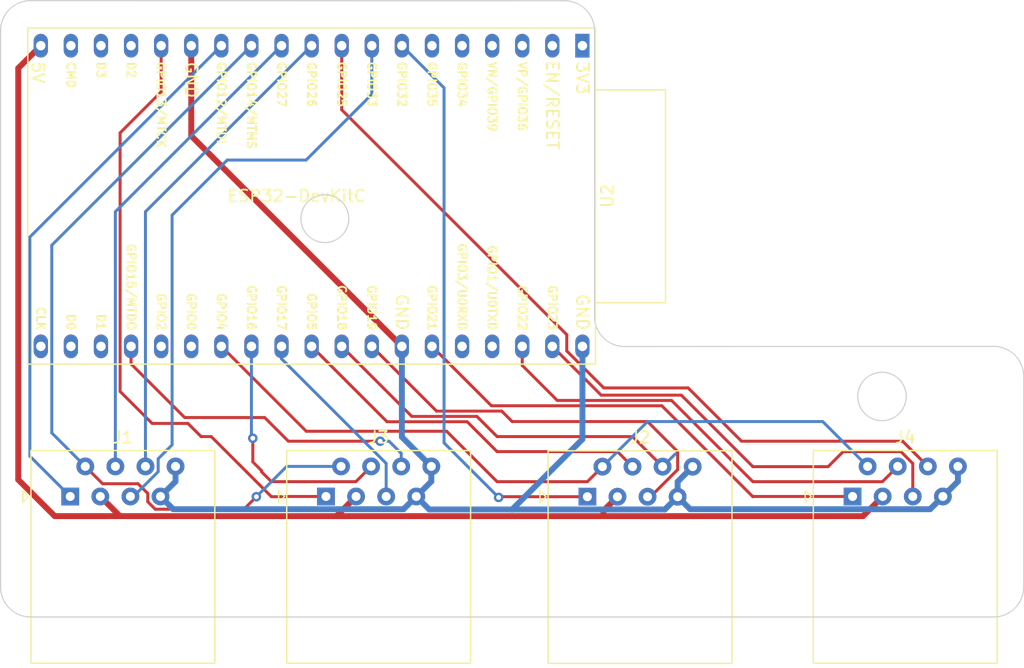
<source format=kicad_pcb>
(kicad_pcb (version 20221018) (generator pcbnew)
  (layers (0 "F.Cu" signal) (31 "B.Cu" signal) (34 "B.Paste" user) (35 "F.Paste" user) (36 "B.SilkS" user "B.Silkscreen") (37 "F.SilkS" user "F.Silkscreen") (38 "B.Mask" user) (39 "F.Mask" user) (44 "Edge.Cuts" user))
  (net 0 "")
  (net 1 "/USBV")
  (net 2 "/Red1")
  (net 3 "/Yel1")
  (net 4 "/Blu1")
  (net 5 "/Wht1")
  (net 6 "/Grn1")
  (net 7 "GND")
  (net 22 "/Red4")
  (net 23 "/Yel2")
  (net 24 "/Blu4")
  (net 25 "/Wht4")
  (net 26 "/Grn2")
  (net 27 "/Red3")
  (net 28 "/Blu3")
  (net 29 "/Wht3")
  (net 30 "/Red2")
  (net 31 "/Blu2")
  (net 32 "/Wht2")
  (net 35 "/Grn3")
  (net 36 "/Grn4")
  (footprint "Connector_RJ:RJ45_Amphenol_54602-x08_Horizontal" (layer "F.Cu") (at 142.24 91.44)
    (fp_text reference "J2" (at 4.445 -5) (layer "F.SilkS"))
    (fp_text value "RJ45")
    (fp_line (start -4 -0.5) (end -4 0.5) (stroke (width 0.12)) (layer "F.SilkS"))
    (fp_line (start -4 0.5) (end -3.5 0) (stroke (width 0.12)) (layer "F.SilkS"))
    (fp_line (start -3.5 0) (end -4 -0.5) (stroke (width 0.12)) (layer "F.SilkS"))
    (fp_line (start -3.315 -3.88) (end -3.315 14.08) (stroke (width 0.12)) (layer "F.SilkS"))
    (fp_line (start -3.315 14.08) (end 12.205 14.08) (stroke (width 0.12)) (layer "F.SilkS"))
    (fp_line (start 12.205 -3.88) (end -3.315 -3.88) (stroke (width 0.12)) (layer "F.SilkS"))
    (fp_line (start 12.205 -3.88) (end 12.205 14.08) (stroke (width 0.12)) (layer "F.SilkS"))
    (pad "" np_thru_hole circle (at -1.27 6.35) (size 3.2 3.2) (drill 3.2) (layers "*.Cu" "*.Mask"))
    (pad "" np_thru_hole circle (at 10.16 6.35) (size 3.2 3.2) (drill 3.2) (layers "*.Cu" "*.Mask"))
    (pad "1" thru_hole rect (at 0 0) (size 1.5 1.5) (drill 0.76) (layers "*.Cu" "*.Mask") (net 30 "/Red2"))
    (pad "2" thru_hole circle (at 1.27 -2.54) (size 1.5 1.5) (drill 0.76) (layers "*.Cu" "*.Mask") (net 23 "/Yel2"))
    (pad "3" thru_hole circle (at 2.54 0) (size 1.5 1.5) (drill 0.76) (layers "*.Cu" "*.Mask") (net 1 "/USBV"))
    (pad "4" thru_hole circle (at 3.81 -2.54) (size 1.5 1.5) (drill 0.76) (layers "*.Cu" "*.Mask") (net 31 "/Blu2"))
    (pad "5" thru_hole circle (at 5.08 0) (size 1.5 1.5) (drill 0.76) (layers "*.Cu" "*.Mask") (net 32 "/Wht2"))
    (pad "6" thru_hole circle (at 6.35 -2.54) (size 1.5 1.5) (drill 0.76) (layers "*.Cu" "*.Mask") (net 26 "/Grn2"))
    (pad "7" thru_hole circle (at 7.62 0) (size 1.5 1.5) (drill 0.76) (layers "*.Cu" "*.Mask") (net 7 "GND"))
    (pad "8" thru_hole circle (at 8.89 -2.54) (size 1.5 1.5) (drill 0.76) (layers "*.Cu" "*.Mask") (net 7 "GND"))
  )
  (footprint "Connector_RJ:RJ45_Amphenol_54602-x08_Horizontal" (layer "F.Cu") (at 120.1775 91.42)
    (fp_text reference "J3" (at 4.445 -5) (layer "F.SilkS"))
    (fp_text value "RJ45")
    (fp_line (start -4 -0.5) (end -4 0.5) (stroke (width 0.12)) (layer "F.SilkS"))
    (fp_line (start -4 0.5) (end -3.5 0) (stroke (width 0.12)) (layer "F.SilkS"))
    (fp_line (start -3.5 0) (end -4 -0.5) (stroke (width 0.12)) (layer "F.SilkS"))
    (fp_line (start -3.315 -3.88) (end -3.315 14.08) (stroke (width 0.12)) (layer "F.SilkS"))
    (fp_line (start -3.315 14.08) (end 12.205 14.08) (stroke (width 0.12)) (layer "F.SilkS"))
    (fp_line (start 12.205 -3.88) (end -3.315 -3.88) (stroke (width 0.12)) (layer "F.SilkS"))
    (fp_line (start 12.205 -3.88) (end 12.205 14.08) (stroke (width 0.12)) (layer "F.SilkS"))
    (pad "" np_thru_hole circle (at -1.27 6.35) (size 3.2 3.2) (drill 3.2) (layers "*.Cu" "*.Mask"))
    (pad "" np_thru_hole circle (at 10.16 6.35) (size 3.2 3.2) (drill 3.2) (layers "*.Cu" "*.Mask"))
    (pad "1" thru_hole rect (at 0 0) (size 1.5 1.5) (drill 0.76) (layers "*.Cu" "*.Mask") (net 27 "/Red3"))
    (pad "2" thru_hole circle (at 1.27 -2.54) (size 1.5 1.5) (drill 0.76) (layers "*.Cu" "*.Mask") (net 3 "/Yel1"))
    (pad "3" thru_hole circle (at 2.54 0) (size 1.5 1.5) (drill 0.76) (layers "*.Cu" "*.Mask") (net 1 "/USBV"))
    (pad "4" thru_hole circle (at 3.81 -2.54) (size 1.5 1.5) (drill 0.76) (layers "*.Cu" "*.Mask") (net 28 "/Blu3"))
    (pad "5" thru_hole circle (at 5.08 0) (size 1.5 1.5) (drill 0.76) (layers "*.Cu" "*.Mask") (net 29 "/Wht3"))
    (pad "6" thru_hole circle (at 6.35 -2.54) (size 1.5 1.5) (drill 0.76) (layers "*.Cu" "*.Mask") (net 35 "/Grn3"))
    (pad "7" thru_hole circle (at 7.62 0) (size 1.5 1.5) (drill 0.76) (layers "*.Cu" "*.Mask") (net 7 "GND"))
    (pad "8" thru_hole circle (at 8.89 -2.54) (size 1.5 1.5) (drill 0.76) (layers "*.Cu" "*.Mask") (net 7 "GND"))
  )
  (footprint "Connector_RJ:RJ45_Amphenol_54602-x08_Horizontal" (layer "F.Cu") (at 98.5875 91.42)
    (fp_text reference "J1" (at 4.445 -5) (layer "F.SilkS"))
    (fp_text value "RJ45")
    (fp_line (start -4 -0.5) (end -4 0.5) (stroke (width 0.12)) (layer "F.SilkS"))
    (fp_line (start -4 0.5) (end -3.5 0) (stroke (width 0.12)) (layer "F.SilkS"))
    (fp_line (start -3.5 0) (end -4 -0.5) (stroke (width 0.12)) (layer "F.SilkS"))
    (fp_line (start -3.315 -3.88) (end -3.315 14.08) (stroke (width 0.12)) (layer "F.SilkS"))
    (fp_line (start -3.315 14.08) (end 12.205 14.08) (stroke (width 0.12)) (layer "F.SilkS"))
    (fp_line (start 12.205 -3.88) (end -3.315 -3.88) (stroke (width 0.12)) (layer "F.SilkS"))
    (fp_line (start 12.205 -3.88) (end 12.205 14.08) (stroke (width 0.12)) (layer "F.SilkS"))
    (pad "" np_thru_hole circle (at -1.27 6.35) (size 3.2 3.2) (drill 3.2) (layers "*.Cu" "*.Mask"))
    (pad "" np_thru_hole circle (at 10.16 6.35) (size 3.2 3.2) (drill 3.2) (layers "*.Cu" "*.Mask"))
    (pad "1" thru_hole rect (at 0 0) (size 1.5 1.5) (drill 0.76) (layers "*.Cu" "*.Mask") (net 2 "/Red1"))
    (pad "2" thru_hole circle (at 1.27 -2.54) (size 1.5 1.5) (drill 0.76) (layers "*.Cu" "*.Mask") (net 3 "/Yel1"))
    (pad "3" thru_hole circle (at 2.54 0) (size 1.5 1.5) (drill 0.76) (layers "*.Cu" "*.Mask") (net 1 "/USBV"))
    (pad "4" thru_hole circle (at 3.81 -2.54) (size 1.5 1.5) (drill 0.76) (layers "*.Cu" "*.Mask") (net 4 "/Blu1"))
    (pad "5" thru_hole circle (at 5.08 0) (size 1.5 1.5) (drill 0.76) (layers "*.Cu" "*.Mask") (net 5 "/Wht1"))
    (pad "6" thru_hole circle (at 6.35 -2.54) (size 1.5 1.5) (drill 0.76) (layers "*.Cu" "*.Mask") (net 6 "/Grn1"))
    (pad "7" thru_hole circle (at 7.62 0) (size 1.5 1.5) (drill 0.76) (layers "*.Cu" "*.Mask") (net 7 "GND"))
    (pad "8" thru_hole circle (at 8.89 -2.54) (size 1.5 1.5) (drill 0.76) (layers "*.Cu" "*.Mask") (net 7 "GND"))
  )
  (footprint "Connector_RJ:RJ45_Amphenol_54602-x08_Horizontal" (layer "F.Cu") (at 164.6275 91.42)
    (fp_text reference "J4" (at 4.445 -5) (layer "F.SilkS"))
    (fp_text value "RJ45")
    (fp_line (start -4 -0.5) (end -4 0.5) (stroke (width 0.12)) (layer "F.SilkS"))
    (fp_line (start -4 0.5) (end -3.5 0) (stroke (width 0.12)) (layer "F.SilkS"))
    (fp_line (start -3.5 0) (end -4 -0.5) (stroke (width 0.12)) (layer "F.SilkS"))
    (fp_line (start -3.315 -3.88) (end -3.315 14.08) (stroke (width 0.12)) (layer "F.SilkS"))
    (fp_line (start -3.315 14.08) (end 12.205 14.08) (stroke (width 0.12)) (layer "F.SilkS"))
    (fp_line (start 12.205 -3.88) (end -3.315 -3.88) (stroke (width 0.12)) (layer "F.SilkS"))
    (fp_line (start 12.205 -3.88) (end 12.205 14.08) (stroke (width 0.12)) (layer "F.SilkS"))
    (pad "" np_thru_hole circle (at -1.27 6.35) (size 3.2 3.2) (drill 3.2) (layers "*.Cu" "*.Mask"))
    (pad "" np_thru_hole circle (at 10.16 6.35) (size 3.2 3.2) (drill 3.2) (layers "*.Cu" "*.Mask"))
    (pad "1" thru_hole rect (at 0 0) (size 1.5 1.5) (drill 0.76) (layers "*.Cu" "*.Mask") (net 22 "/Red4"))
    (pad "2" thru_hole circle (at 1.27 -2.54) (size 1.5 1.5) (drill 0.76) (layers "*.Cu" "*.Mask") (net 23 "/Yel2"))
    (pad "3" thru_hole circle (at 2.54 0) (size 1.5 1.5) (drill 0.76) (layers "*.Cu" "*.Mask") (net 1 "/USBV"))
    (pad "4" thru_hole circle (at 3.81 -2.54) (size 1.5 1.5) (drill 0.76) (layers "*.Cu" "*.Mask") (net 24 "/Blu4"))
    (pad "5" thru_hole circle (at 5.08 0) (size 1.5 1.5) (drill 0.76) (layers "*.Cu" "*.Mask") (net 25 "/Wht4"))
    (pad "6" thru_hole circle (at 6.35 -2.54) (size 1.5 1.5) (drill 0.76) (layers "*.Cu" "*.Mask") (net 36 "/Grn4"))
    (pad "7" thru_hole circle (at 7.62 0) (size 1.5 1.5) (drill 0.76) (layers "*.Cu" "*.Mask") (net 7 "GND"))
    (pad "8" thru_hole circle (at 8.89 -2.54) (size 1.5 1.5) (drill 0.76) (layers "*.Cu" "*.Mask") (net 7 "GND"))
  )
  (footprint "PCM_Espressif:ESP32-DevKitC" (layer "F.Cu") (at 141.82344 53.34 -90)
    (fp_text reference "U2" (at 12.7 -2.1 90) (layer "F.SilkS"))
    (fp_text value "ESP32-DevKitC" (at 12.7 24.13) (layer "F.SilkS"))
    (fp_text user "GPIO23" (at 24.13 2.54 -90 unlocked) (layer "F.SilkS") (effects (font (size 0.7 0.7)) (justify right)))
    (fp_text user "GPIO18" (at 24.13 20.32 -90 unlocked) (layer "F.SilkS") (effects (font (size 0.7 0.7)) (justify right)))
    (fp_text user "D2" (at 1.27 38.1 -90 unlocked) (layer "F.SilkS") (effects (font (size 0.7 0.7)) (justify left)))
    (fp_text user "GPIO4" (at 24.13 30.48 -90 unlocked) (layer "F.SilkS") (effects (font (size 0.7 0.7)) (justify right)))
    (fp_text user "D0" (at 24.13 43.18 -90 unlocked) (layer "F.SilkS") (effects (font (size 0.7 0.7)) (justify right)))
    (fp_text user "GPIO35" (at 1.27 12.7 -90 unlocked) (layer "F.SilkS") (effects (font (size 0.7 0.7)) (justify left)))
    (fp_text user "GPIO17" (at 24.13 25.4 -90 unlocked) (layer "F.SilkS") (effects (font (size 0.7 0.7)) (justify right)))
    (fp_text user "GPIO26" (at 1.27 22.86 -90 unlocked) (layer "F.SilkS") (effects (font (size 0.7 0.7)) (justify left)))
    (fp_text user "CMD" (at 1.27 43.18 -90 unlocked) (layer "F.SilkS") (effects (font (size 0.7 0.7)) (justify left)))
    (fp_text user "D3" (at 1.27 40.64 -90 unlocked) (layer "F.SilkS") (effects (font (size 0.7 0.7)) (justify left)))
    (fp_text user "GPIO15/MTDO" (at 24.13 38.1 -90 unlocked) (layer "F.SilkS") (effects (font (size 0.7 0.7)) (justify right)))
    (fp_text user "GPIO22" (at 24.13 5.08 -90 unlocked) (layer "F.SilkS") (effects (font (size 0.7 0.7)) (justify right)))
    (fp_text user "CLK" (at 24.13 45.72 -90 unlocked) (layer "F.SilkS") (effects (font (size 0.7 0.7)) (justify right)))
    (fp_text user "GPIO34" (at 1.27 10.16 -90 unlocked) (layer "F.SilkS") (effects (font (size 0.7 0.7)) (justify left)))
    (fp_text user "GPIO27" (at 1.27 25.4 -90 unlocked) (layer "F.SilkS") (effects (font (size 0.7 0.7)) (justify left)))
    (fp_text user "EN/RESET" (at 8.88632 2.53728 -90 unlocked) (layer "F.SilkS") (effects (justify right)))
    (fp_text user "GPIO21" (at 24.13 12.7 -90 unlocked) (layer "F.SilkS") (effects (font (size 0.7 0.7)) (justify right)))
    (fp_text user "GPIO0" (at 24.13 33.02 -90 unlocked) (layer "F.SilkS") (effects (font (size 0.7 0.7)) (justify right)))
    (fp_text user "GPIO19" (at 24.13 17.78 -90 unlocked) (layer "F.SilkS") (effects (font (size 0.7 0.7)) (justify right)))
    (fp_text user "VN/GPIO39" (at 1.27 7.62 -90 unlocked) (layer "F.SilkS") (effects (font (size 0.7 0.7)) (justify left)))
    (fp_text user "GND" (at 24.13 0 -90 unlocked) (layer "F.SilkS") (effects (justify right)))
    (fp_text user "GPIO16" (at 24.13 27.94 -90 unlocked) (layer "F.SilkS") (effects (font (size 0.7 0.7)) (justify right)))
    (fp_text user "VP/GPIO36" (at 1.27 5.08 -90 unlocked) (layer "F.SilkS") (effects (font (size 0.7 0.7)) (justify left)))
    (fp_text user "5V" (at 1.26632 45.97128 -90 unlocked) (layer "F.SilkS") (effects (justify left)))
    (fp_text user "GND" (at 1.27 33.02 -90 unlocked) (layer "F.SilkS") (effects (justify left)))
    (fp_text user "GPIO25" (at 1.27 20.32 -90 unlocked) (layer "F.SilkS") (effects (font (size 0.7 0.7)) (justify left)))
    (fp_text user "GPIO32" (at 1.27 15.24 -90 unlocked) (layer "F.SilkS") (effects (font (size 0.7 0.7)) (justify left)))
    (fp_text user "GPIO33" (at 1.27 17.78 -90 unlocked) (layer "F.SilkS") (effects (font (size 0.7 0.7)) (justify left)))
    (fp_text user "GPIO3/U0RXD" (at 24.13 10.16 -90 unlocked) (layer "F.SilkS") (effects (font (size 0.7 0.7)) (justify right)))
    (fp_text user "GPIO1/U0TXD" (at 24.13 7.62 -90 unlocked) (layer "F.SilkS") (effects (font (size 0.7 0.7)) (justify right)))
    (fp_text user "GND" (at 24.13 15.24 -90 unlocked) (layer "F.SilkS") (effects (justify right)))
    (fp_text user "GPIO2" (at 24.13 35.56 -90 unlocked) (layer "F.SilkS") (effects (font (size 0.7 0.7)) (justify right)))
    (fp_text user "D1" (at 24.13 40.64 -90 unlocked) (layer "F.SilkS") (effects (font (size 0.7 0.7)) (justify right)))
    (fp_text user "3V3" (at 1.27 0 -90 unlocked) (layer "F.SilkS") (effects (justify left)))
    (fp_text user "GPIO12/MTDI" (at 1.27 30.48 -90 unlocked) (layer "F.SilkS") (effects (font (size 0.7 0.7)) (justify left)))
    (fp_text user "GPIO13/MTCK" (at 1.27 35.56 -90 unlocked) (layer "F.SilkS") (effects (font (size 0.7 0.7)) (justify left)))
    (fp_text user "GPIO5" (at 24.13 22.86 -90 unlocked) (layer "F.SilkS") (effects (font (size 0.7 0.7)) (justify right)))
    (fp_text user "GPIO14/MTMS" (at 1.27 27.94 -90 unlocked) (layer "F.SilkS") (effects (font (size 0.7 0.7)) (justify left)))
    (fp_line (start -1.5 46.82) (end 26.899999 46.82) (stroke (width 0.12)) (layer "F.SilkS"))
    (fp_line (start -1.499999 -1.1) (end -1.5 46.82) (stroke (width 0.12)) (layer "F.SilkS"))
    (fp_line (start 3.73012 -7.01312) (end 21.71332 -7.01312) (stroke (width 0.12)) (layer "F.SilkS"))
    (fp_line (start 3.73012 -1.12032) (end 3.73012 -7.01312) (stroke (width 0.12)) (layer "F.SilkS"))
    (fp_line (start 21.71332 -7.01312) (end 21.71332 -1.12032) (stroke (width 0.12)) (layer "F.SilkS"))
    (fp_line (start 26.899999 46.82) (end 26.9 -1.1) (stroke (width 0.12)) (layer "F.SilkS"))
    (fp_line (start 26.9 -1.1) (end -1.499999 -1.1) (stroke (width 0.12)) (layer "F.SilkS"))
    (pad "1" thru_hole rect (at 0 0 180) (size 1.2 2) (drill 0.8) (layers "*.Cu" "*.Mask"))
    (pad "2" thru_hole oval (at 0 2.54 180) (size 1.2 2) (drill 0.8) (layers "*.Cu" "*.Mask"))
    (pad "3" thru_hole oval (at 0 5.08 180) (size 1.2 2) (drill 0.8) (layers "*.Cu" "*.Mask"))
    (pad "4" thru_hole oval (at 0 7.62 180) (size 1.2 2) (drill 0.8) (layers "*.Cu" "*.Mask"))
    (pad "5" thru_hole oval (at 0 10.16 180) (size 1.2 2) (drill 0.8) (layers "*.Cu" "*.Mask"))
    (pad "6" thru_hole oval (at 0 12.7 180) (size 1.2 2) (drill 0.8) (layers "*.Cu" "*.Mask"))
    (pad "7" thru_hole oval (at 0 15.24 180) (size 1.2 2) (drill 0.8) (layers "*.Cu" "*.Mask") (net 30 "/Red2"))
    (pad "8" thru_hole oval (at 0 17.78 180) (size 1.2 2) (drill 0.8) (layers "*.Cu" "*.Mask") (net 5 "/Wht1"))
    (pad "9" thru_hole oval (at 0 20.32 180) (size 1.2 2) (drill 0.8) (layers "*.Cu" "*.Mask") (net 36 "/Grn4"))
    (pad "10" thru_hole oval (at 0 22.86 180) (size 1.2 2) (drill 0.8) (layers "*.Cu" "*.Mask") (net 6 "/Grn1"))
    (pad "11" thru_hole oval (at 0 25.4 180) (size 1.2 2) (drill 0.8) (layers "*.Cu" "*.Mask") (net 4 "/Blu1"))
    (pad "12" thru_hole oval (at 0 27.94 180) (size 1.2 2) (drill 0.8) (layers "*.Cu" "*.Mask") (net 3 "/Yel1"))
    (pad "13" thru_hole oval (at 0 30.48 180) (size 1.2 2) (drill 0.8) (layers "*.Cu" "*.Mask") (net 2 "/Red1"))
    (pad "14" thru_hole oval (at 0 33.02 180) (size 1.2 2) (drill 0.8) (layers "*.Cu" "*.Mask") (net 7 "GND"))
    (pad "15" thru_hole oval (at 0 35.56 180) (size 1.2 2) (drill 0.8) (layers "*.Cu" "*.Mask") (net 27 "/Red3"))
    (pad "16" thru_hole oval (at 0 38.1 180) (size 1.2 2) (drill 0.8) (layers "*.Cu" "*.Mask"))
    (pad "17" thru_hole oval (at 0 40.64 180) (size 1.2 2) (drill 0.8) (layers "*.Cu" "*.Mask"))
    (pad "18" thru_hole oval (at 0 43.18 180) (size 1.2 2) (drill 0.8) (layers "*.Cu" "*.Mask"))
    (pad "19" thru_hole oval (at 0 45.72 180) (size 1.2 2) (drill 0.8) (layers "*.Cu" "*.Mask") (net 1 "/USBV"))
    (pad "20" thru_hole oval (at 25.39632 45.71728 180) (size 1.2 2) (drill 0.8) (layers "*.Cu" "*.Mask"))
    (pad "21" thru_hole oval (at 25.39632 43.17728 180) (size 1.2 2) (drill 0.8) (layers "*.Cu" "*.Mask"))
    (pad "22" thru_hole oval (at 25.4 40.64 180) (size 1.2 2) (drill 0.8) (layers "*.Cu" "*.Mask"))
    (pad "23" thru_hole oval (at 25.4 38.1 180) (size 1.2 2) (drill 0.8) (layers "*.Cu" "*.Mask") (net 35 "/Grn3"))
    (pad "24" thru_hole oval (at 25.4 35.56 180) (size 1.2 2) (drill 0.8) (layers "*.Cu" "*.Mask"))
    (pad "25" thru_hole oval (at 25.4 33.02 180) (size 1.2 2) (drill 0.8) (layers "*.Cu" "*.Mask"))
    (pad "26" thru_hole oval (at 25.4 30.48 180) (size 1.2 2) (drill 0.8) (layers "*.Cu" "*.Mask") (net 23 "/Yel2"))
    (pad "27" thru_hole oval (at 25.4 27.94 180) (size 1.2 2) (drill 0.8) (layers "*.Cu" "*.Mask") (net 28 "/Blu3"))
    (pad "28" thru_hole oval (at 25.4 25.4 180) (size 1.2 2) (drill 0.8) (layers "*.Cu" "*.Mask") (net 29 "/Wht3"))
    (pad "29" thru_hole oval (at 25.4 22.86 180) (size 1.2 2) (drill 0.8) (layers "*.Cu" "*.Mask") (net 31 "/Blu2"))
    (pad "30" thru_hole oval (at 25.4 20.32 180) (size 1.2 2) (drill 0.8) (layers "*.Cu" "*.Mask") (net 26 "/Grn2"))
    (pad "31" thru_hole oval (at 25.4 17.78 180) (size 1.2 2) (drill 0.8) (layers "*.Cu" "*.Mask") (net 32 "/Wht2"))
    (pad "32" thru_hole oval (at 25.4 15.24 180) (size 1.2 2) (drill 0.8) (layers "*.Cu" "*.Mask") (net 7 "GND"))
    (pad "33" thru_hole oval (at 25.4 12.7 180) (size 1.2 2) (drill 0.8) (layers "*.Cu" "*.Mask") (net 22 "/Red4"))
    (pad "34" thru_hole oval (at 25.4 10.16 180) (size 1.2 2) (drill 0.8) (layers "*.Cu" "*.Mask"))
    (pad "35" thru_hole oval (at 25.4 7.62 180) (size 1.2 2) (drill 0.8) (layers "*.Cu" "*.Mask"))
    (pad "36" thru_hole oval (at 25.4 5.08 180) (size 1.2 2) (drill 0.8) (layers "*.Cu" "*.Mask") (net 24 "/Blu4"))
    (pad "37" thru_hole oval (at 25.4 2.54 180) (size 1.2 2) (drill 0.8) (layers "*.Cu" "*.Mask") (net 25 "/Wht4"))
    (pad "38" thru_hole oval (at 25.4 0 180) (size 1.2 2) (drill 0.8) (layers "*.Cu" "*.Mask") (net 7 "GND"))
  )
  (gr_line (start 176.53 101.6) (end 95.25 101.6) (stroke (width 0.1)) (layer "Edge.Cuts"))
  (gr_arc (start 176.53 78.740001) (mid 178.326051 79.483949) (end 179.069999 81.28) (stroke (width 0.1)) (layer "Edge.Cuts"))
  (gr_circle (center 167.11 82.97) (end 165.32 81.98) (stroke (width 0.1)) (fill none) (layer "Edge.Cuts"))
  (gr_line (start 142.846051 52.083949) (end 142.846052 76.213949) (stroke (width 0.1)) (layer "Edge.Cuts"))
  (gr_circle (center 120.08 67.95) (end 118.06 67.91) (stroke (width 0.1)) (fill none) (layer "Edge.Cuts"))
  (gr_arc (start 92.71 52.07) (mid 93.453949 50.273949) (end 95.25 49.53) (stroke (width 0.1)) (layer "Edge.Cuts"))
  (gr_arc (start 140.306051 49.543949) (mid 142.102102 50.287898) (end 142.846051 52.083949) (stroke (width 0.1)) (layer "Edge.Cuts"))
  (gr_arc (start 145.386051 78.753948) (mid 143.59 78.01) (end 142.846052 76.213949) (stroke (width 0.1)) (layer "Edge.Cuts"))
  (gr_line (start 95.25 49.53) (end 140.306051 49.543949) (stroke (width 0.1)) (layer "Edge.Cuts"))
  (gr_line (start 92.71 52.07) (end 92.71 99.06) (stroke (width 0.1)) (layer "Edge.Cuts"))
  (gr_line (start 179.07 99.06) (end 179.069999 81.28) (stroke (width 0.1)) (layer "Edge.Cuts"))
  (gr_arc (start 179.07 99.06) (mid 178.326051 100.856051) (end 176.53 101.6) (stroke (width 0.1)) (layer "Edge.Cuts"))
  (gr_line (start 145.386051 78.753948) (end 176.53 78.740001) (stroke (width 0.1)) (layer "Edge.Cuts"))
  (gr_arc (start 95.25 101.6) (mid 93.453949 100.856051) (end 92.71 99.06) (stroke (width 0.1)) (layer "Edge.Cuts"))
  (segment (start 102.7875 93.08) (end 97.28 93.08) (width 0.5) (layer "F.Cu") (net 1))
  (segment (start 121.0575 93.08) (end 143.6 93.08) (width 0.5) (layer "F.Cu") (net 1))
  (segment (start 102.7875 93.08) (end 121.0575 93.08) (width 0.5) (layer "F.Cu") (net 1))
  (segment (start 94.2 55.24344) (end 96.10344 53.34) (width 0.5) (layer "F.Cu") (net 1))
  (segment (start 121.0575 93.08) (end 122.7175 91.42) (width 0.5) (layer "F.Cu") (net 1))
  (segment (start 97.28 93.08) (end 94.2 90) (width 0.5) (layer "F.Cu") (net 1))
  (segment (start 94.2 90) (end 94.2 55.24344) (width 0.5) (layer "F.Cu") (net 1))
  (segment (start 165.5075 93.08) (end 167.1675 91.42) (width 0.5) (layer "F.Cu") (net 1))
  (segment (start 143.6 92.62) (end 144.78 91.44) (width 0.5) (layer "F.Cu") (net 1))
  (segment (start 143.6 93.08) (end 143.6 92.62) (width 0.5) (layer "F.Cu") (net 1))
  (segment (start 101.1275 91.42) (end 102.7875 93.08) (width 0.5) (layer "F.Cu") (net 1))
  (segment (start 143.6 93.08) (end 165.5075 93.08) (width 0.5) (layer "F.Cu") (net 1))
  (segment (start 95.18116 88.01366) (end 95.18116 69.50228) (width 0.25) (layer "B.Cu") (net 2))
  (segment (start 95.18116 69.50228) (end 111.34344 53.34) (width 0.25) (layer "B.Cu") (net 2))
  (segment (start 98.5875 91.42) (end 95.18116 88.01366) (width 0.25) (layer "B.Cu") (net 2))
  (segment (start 113.245 92.495) (end 114.3 91.44) (width 0.25) (layer "F.Cu") (net 3))
  (segment (start 104.315 90.345) (end 105.1325 91.1625) (width 0.25) (layer "F.Cu") (net 3))
  (segment (start 105.76222 92.495) (end 113.245 92.495) (width 0.25) (layer "F.Cu") (net 3))
  (segment (start 105.1325 91.86528) (end 105.76222 92.495) (width 0.25) (layer "F.Cu") (net 3))
  (segment (start 101.3225 90.345) (end 104.315 90.345) (width 0.25) (layer "F.Cu") (net 3))
  (segment (start 105.1325 91.1625) (end 105.1325 91.86528) (width 0.25) (layer "F.Cu") (net 3))
  (segment (start 99.8575 88.88) (end 101.3225 90.345) (width 0.25) (layer "F.Cu") (net 3))
  (via (at 114.3 91.44) (size 0.8) (drill 0.4) (layers "F.Cu" "B.Cu") (net 3))
  (segment (start 116.86 88.88) (end 114.3 91.44) (width 0.25) (layer "B.Cu") (net 3))
  (segment (start 97.03116 86.05366) (end 97.03116 70.19228) (width 0.25) (layer "B.Cu") (net 3))
  (segment (start 97.03116 70.19228) (end 113.88344 53.34) (width 0.25) (layer "B.Cu") (net 3))
  (segment (start 99.8575 88.88) (end 97.03116 86.05366) (width 0.25) (layer "B.Cu") (net 3))
  (segment (start 121.4475 88.88) (end 116.86 88.88) (width 0.25) (layer "B.Cu") (net 3))
  (segment (start 102.3975 67.36594) (end 116.42344 53.34) (width 0.25) (layer "B.Cu") (net 4))
  (segment (start 102.3975 88.88) (end 102.3975 67.36594) (width 0.25) (layer "B.Cu") (net 4))
  (segment (start 106.0125 88.2325) (end 107.18844 87.05656) (width 0.25) (layer "B.Cu") (net 5))
  (segment (start 107.18844 87.05656) (end 107.18844 67.655) (width 0.25) (layer "B.Cu") (net 5))
  (segment (start 107.18844 67.655) (end 111.84344 63) (width 0.25) (layer "B.Cu") (net 5))
  (segment (start 124.04344 57.45656) (end 124.04344 53.34) (width 0.25) (layer "B.Cu") (net 5))
  (segment (start 111.84344 63) (end 118.5 63) (width 0.25) (layer "B.Cu") (net 5))
  (segment (start 103.91778 91.42) (end 106.0125 89.32528) (width 0.25) (layer "B.Cu") (net 5))
  (segment (start 118.5 63) (end 124.04344 57.45656) (width 0.25) (layer "B.Cu") (net 5))
  (segment (start 106.0125 89.32528) (end 106.0125 88.2325) (width 0.25) (layer "B.Cu") (net 5))
  (segment (start 103.6675 91.42) (end 103.91778 91.42) (width 0.25) (layer "B.Cu") (net 5))
  (segment (start 104.9375 88.88) (end 104.9375 67.36594) (width 0.25) (layer "B.Cu") (net 6))
  (segment (start 104.9375 67.36594) (end 118.96344 53.34) (width 0.25) (layer "B.Cu") (net 6))
  (segment (start 108.80344 60.96) (end 126.58344 78.74) (width 0.5) (layer "F.Cu") (net 7))
  (segment (start 108.80344 53.34) (end 108.80344 60.96) (width 0.5) (layer "F.Cu") (net 7))
  (segment (start 128.8925 92.515) (end 127.7975 91.42) (width 0.5) (layer "B.Cu") (net 7))
  (segment (start 126.58344 86.39594) (end 129.0675 88.88) (width 0.5) (layer "B.Cu") (net 7))
  (segment (start 171.1725 92.495) (end 150.915 92.495) (width 0.5) (layer "B.Cu") (net 7))
  (segment (start 107.2825 92.495) (end 106.2075 91.42) (width 0.5) (layer "B.Cu") (net 7))
  (segment (start 173.5175 90.15) (end 172.2475 91.42) (width 0.5) (layer "B.Cu") (net 7))
  (segment (start 129.0675 90.15) (end 127.7975 91.42) (width 0.5) (layer "B.Cu") (net 7))
  (segment (start 127.7975 91.42) (end 126.7225 92.495) (width 0.5) (layer "B.Cu") (net 7))
  (segment (start 151.13 88.9) (end 149.86 90.17) (width 0.5) (layer "B.Cu") (net 7))
  (segment (start 106.2075 91.42) (end 107.4775 90.15) (width 0.5) (layer "B.Cu") (net 7))
  (segment (start 148.785 92.515) (end 135.89 92.515) (width 0.5) (layer "B.Cu") (net 7))
  (segment (start 149.86 91.44) (end 148.785 92.515) (width 0.5) (layer "B.Cu") (net 7))
  (segment (start 149.86 90.17) (end 149.86 91.44) (width 0.5) (layer "B.Cu") (net 7))
  (segment (start 135.89 92.515) (end 128.8925 92.515) (width 0.5) (layer "B.Cu") (net 7))
  (segment (start 150.915 92.495) (end 149.86 91.44) (width 0.5) (layer "B.Cu") (net 7))
  (segment (start 107.4775 90.15) (end 107.4775 88.88) (width 0.5) (layer "B.Cu") (net 7))
  (segment (start 135.89 92.515) (end 141.82344 86.58156) (width 0.5) (layer "B.Cu") (net 7))
  (segment (start 173.5175 88.88) (end 173.5175 90.15) (width 0.5) (layer "B.Cu") (net 7))
  (segment (start 129.0675 88.88) (end 129.0675 90.15) (width 0.5) (layer "B.Cu") (net 7))
  (segment (start 172.2475 91.42) (end 171.1725 92.495) (width 0.5) (layer "B.Cu") (net 7))
  (segment (start 141.82344 86.58156) (end 141.82344 78.74) (width 0.5) (layer "B.Cu") (net 7))
  (segment (start 126.58344 78.74) (end 126.58344 86.39594) (width 0.5) (layer "B.Cu") (net 7))
  (segment (start 126.7225 92.495) (end 107.2825 92.495) (width 0.5) (layer "B.Cu") (net 7))
  (segment (start 156.23 91.42) (end 164.6275 91.42) (width 0.25) (layer "F.Cu") (net 22))
  (segment (start 156.21 91.44) (end 156.23 91.42) (width 0.25) (layer "F.Cu") (net 22))
  (segment (start 134.14 83.75656) (end 148.52656 83.75656) (width 0.25) (layer "F.Cu") (net 22))
  (segment (start 148.52656 83.75656) (end 156.21 91.44) (width 0.25) (layer "F.Cu") (net 22))
  (segment (start 129.12344 78.74) (end 134.14 83.75656) (width 0.25) (layer "F.Cu") (net 22))
  (segment (start 130.36 85.91) (end 134.62 90.17) (width 0.25) (layer "F.Cu") (net 23))
  (segment (start 111.34344 78.74) (end 118.51344 85.91) (width 0.25) (layer "F.Cu") (net 23))
  (segment (start 142.24 90.17) (end 143.51 88.9) (width 0.25) (layer "F.Cu") (net 23))
  (segment (start 134.62 90.17) (end 142.24 90.17) (width 0.25) (layer "F.Cu") (net 23))
  (segment (start 118.51344 85.91) (end 130.36 85.91) (width 0.25) (layer "F.Cu") (net 23))
  (segment (start 162.1075 85.09) (end 165.8975 88.88) (width 0.25) (layer "B.Cu") (net 23))
  (segment (start 147.32 85.09) (end 162.1075 85.09) (width 0.25) (layer "B.Cu") (net 23))
  (segment (start 143.51 88.9) (end 147.32 85.09) (width 0.25) (layer "B.Cu") (net 23))
  (segment (start 156.21 90.17) (end 167.1475 90.17) (width 0.25) (layer "F.Cu") (net 24))
  (segment (start 149.34656 83.30656) (end 156.21 90.17) (width 0.25) (layer "F.Cu") (net 24))
  (segment (start 136.74344 78.74) (end 136.74344 80.35) (width 0.25) (layer "F.Cu") (net 24))
  (segment (start 167.1475 90.17) (end 168.4375 88.88) (width 0.25) (layer "F.Cu") (net 24))
  (segment (start 139.7 83.30656) (end 149.34656 83.30656) (width 0.25) (layer "F.Cu") (net 24))
  (segment (start 136.74344 80.35) (end 139.7 83.30656) (width 0.25) (layer "F.Cu") (net 24))
  (segment (start 150.16656 82.85656) (end 156.21 88.9) (width 0.25) (layer "F.Cu") (net 25))
  (segment (start 162.56 88.9) (end 163.83 87.63) (width 0.25) (layer "F.Cu") (net 25))
  (segment (start 168.70778 87.63) (end 169.7075 88.62972) (width 0.25) (layer "F.Cu") (net 25))
  (segment (start 143.4 82.85656) (end 150.16656 82.85656) (width 0.25) (layer "F.Cu") (net 25))
  (segment (start 169.7075 88.62972) (end 169.7075 91.42) (width 0.25) (layer "F.Cu") (net 25))
  (segment (start 156.21 88.9) (end 162.56 88.9) (width 0.25) (layer "F.Cu") (net 25))
  (segment (start 139.28344 78.74) (end 143.4 82.85656) (width 0.25) (layer "F.Cu") (net 25))
  (segment (start 163.83 87.63) (end 168.70778 87.63) (width 0.25) (layer "F.Cu") (net 25))
  (segment (start 121.50344 78.74) (end 127.42 84.65656) (width 0.25) (layer "F.Cu") (net 26))
  (segment (start 127.42 84.65656) (end 132.91656 84.65656) (width 0.25) (layer "F.Cu") (net 26))
  (segment (start 132.91656 84.65656) (end 134.62 86.36) (width 0.25) (layer "F.Cu") (net 26))
  (segment (start 146.05 86.36) (end 148.59 88.9) (width 0.25) (layer "F.Cu") (net 26))
  (segment (start 134.62 86.36) (end 146.05 86.36) (width 0.25) (layer "F.Cu") (net 26))
  (segment (start 148.59 88.9) (end 149.665 87.825) (width 0.25) (layer "B.Cu") (net 26))
  (segment (start 116.86 91.42) (end 116.84 91.44) (width 0.25) (layer "F.Cu") (net 27))
  (segment (start 102.79844 60.70156) (end 106.26344 57.23656) (width 0.25) (layer "F.Cu") (net 27))
  (segment (start 106.26344 57.23656) (end 106.26344 53.34) (width 0.25) (layer "F.Cu") (net 27))
  (segment (start 105.5 85.25) (end 102.79844 82.54844) (width 0.25) (layer "F.Cu") (net 27))
  (segment (start 116.84 91.44) (end 115.57 91.44) (width 0.25) (layer "F.Cu") (net 27))
  (segment (start 115.57 91.44) (end 110.49 86.36) (width 0.25) (layer "F.Cu") (net 27))
  (segment (start 108.525292 85.25) (end 105.5 85.25) (width 0.25) (layer "F.Cu") (net 27))
  (segment (start 110.49 86.36) (end 109.635292 86.36) (width 0.25) (layer "F.Cu") (net 27))
  (segment (start 102.79844 82.54844) (end 102.79844 60.70156) (width 0.25) (layer "F.Cu") (net 27))
  (segment (start 109.635292 86.36) (end 108.525292 85.25) (width 0.25) (layer "F.Cu") (net 27))
  (segment (start 120.1775 91.42) (end 116.86 91.42) (width 0.25) (layer "F.Cu") (net 27))
  (segment (start 114.75 89.35) (end 114.75 89.25) (width 0.25) (layer "F.Cu") (net 28))
  (segment (start 115.57 90.17) (end 122.6975 90.17) (width 0.25) (layer "F.Cu") (net 28))
  (segment (start 114.75 89.25) (end 114 88.5) (width 0.25) (layer "F.Cu") (net 28))
  (segment (start 115.57 90.17) (end 114.75 89.35) (width 0.25) (layer "F.Cu") (net 28))
  (segment (start 114 88.5) (end 114 86.5) (width 0.25) (layer "F.Cu") (net 28))
  (segment (start 122.6975 90.17) (end 123.9875 88.88) (width 0.25) (layer "F.Cu") (net 28))
  (via (at 114 86.5) (size 0.8) (drill 0.4) (layers "F.Cu" "B.Cu") (net 28))
  (segment (start 113.88344 78.74) (end 113.88344 86.38344) (width 0.25) (layer "B.Cu") (net 28))
  (segment (start 113.88344 86.38344) (end 114 86.5) (width 0.25) (layer "B.Cu") (net 28))
  (segment (start 116.42344 79.79566) (end 116.42344 78.74) (width 0.25) (layer "B.Cu") (net 29))
  (segment (start 125.2575 88.62972) (end 116.42344 79.79566) (width 0.25) (layer "B.Cu") (net 29))
  (segment (start 125.2575 91.42) (end 125.2575 88.62972) (width 0.25) (layer "B.Cu") (net 29))
  (segment (start 134.69 91.44) (end 134.75 91.5) (width 0.25) (layer "F.Cu") (net 30))
  (segment (start 135 91.5) (end 135.06 91.44) (width 0.25) (layer "F.Cu") (net 30))
  (segment (start 134.62 91.44) (end 134.69 91.44) (width 0.25) (layer "F.Cu") (net 30))
  (segment (start 134.75 91.5) (end 134.81 91.44) (width 0.25) (layer "F.Cu") (net 30))
  (segment (start 134.94 91.44) (end 135 91.5) (width 0.25) (layer "F.Cu") (net 30))
  (segment (start 135.06 91.44) (end 142.24 91.44) (width 0.25) (layer "F.Cu") (net 30))
  (segment (start 134.81 91.44) (end 134.94 91.44) (width 0.25) (layer "F.Cu") (net 30))
  (via (at 134.75 91.5) (size 0.8) (drill 0.4) (layers "F.Cu" "B.Cu") (net 30))
  (segment (start 126.58344 53.34) (end 130.1425 56.89906) (width 0.25) (layer "B.Cu") (net 30))
  (segment (start 130.1425 56.89906) (end 130.1425 86.8925) (width 0.25) (layer "B.Cu") (net 30))
  (segment (start 130.1425 86.8925) (end 134.75 91.5) (width 0.25) (layer "B.Cu") (net 30))
  (segment (start 134.62 87.63) (end 144.78 87.63) (width 0.25) (layer "F.Cu") (net 31))
  (segment (start 132.09656 85.10656) (end 134.62 87.63) (width 0.25) (layer "F.Cu") (net 31))
  (segment (start 125.33 85.10656) (end 132.09656 85.10656) (width 0.25) (layer "F.Cu") (net 31))
  (segment (start 118.96344 78.74) (end 125.33 85.10656) (width 0.25) (layer "F.Cu") (net 31))
  (segment (start 144.78 87.63) (end 146.05 88.9) (width 0.25) (layer "F.Cu") (net 31))
  (segment (start 124.04344 78.74) (end 129.51 84.20656) (width 0.25) (layer "F.Cu") (net 32))
  (segment (start 147.57028 91.44) (end 147.32 91.44) (width 0.25) (layer "F.Cu") (net 32))
  (segment (start 147.32 85.09) (end 149.86 87.63) (width 0.25) (layer "F.Cu") (net 32))
  (segment (start 149.86 87.63) (end 149.86 89.15028) (width 0.25) (layer "F.Cu") (net 32))
  (segment (start 135.00656 84.20656) (end 135.89 85.09) (width 0.25) (layer "F.Cu") (net 32))
  (segment (start 129.51 84.20656) (end 135.00656 84.20656) (width 0.25) (layer "F.Cu") (net 32))
  (segment (start 135.89 85.09) (end 147.32 85.09) (width 0.25) (layer "F.Cu") (net 32))
  (segment (start 149.86 89.15028) (end 147.57028 91.44) (width 0.25) (layer "F.Cu") (net 32))
  (segment (start 104.12344 78.74) (end 103.72344 78.74) (width 0.25) (layer "F.Cu") (net 35))
  (segment (start 108.25 84.75) (end 114 84.75) (width 0.25) (layer "F.Cu") (net 35))
  (segment (start 115 84.75) (end 117 86.75) (width 0.25) (layer "F.Cu") (net 35))
  (segment (start 103.72344 78.74) (end 103.72344 80.22344) (width 0.25) (layer "F.Cu") (net 35))
  (segment (start 114 84.75) (end 115 84.75) (width 0.25) (layer "F.Cu") (net 35))
  (segment (start 103.72344 80.22344) (end 107.25 83.75) (width 0.25) (layer "F.Cu") (net 35))
  (segment (start 117 86.75) (end 124.75 86.75) (width 0.25) (layer "F.Cu") (net 35))
  (segment (start 107.25 83.75) (end 108.25 84.75) (width 0.25) (layer "F.Cu") (net 35))
  (via (at 124.75 86.75) (size 0.8) (drill 0.4) (layers "F.Cu" "B.Cu") (net 35))
  (segment (start 126.5275 87.7775) (end 125.5 86.75) (width 0.25) (layer "B.Cu") (net 35))
  (segment (start 125.5 86.75) (end 124.75 86.75) (width 0.25) (layer "B.Cu") (net 35))
  (segment (start 126.5275 88.88) (end 126.5275 87.7775) (width 0.25) (layer "B.Cu") (net 35))
  (segment (start 168.8475 86.75) (end 155.25 86.75) (width 0.25) (layer "F.Cu") (net 36))
  (segment (start 150.75 82.25) (end 143.625292 82.25) (width 0.25) (layer "F.Cu") (net 36))
  (segment (start 121.50344 58.75344) (end 121.50344 53.34) (width 0.25) (layer "F.Cu") (net 36))
  (segment (start 155.25 86.75) (end 150.75 82.25) (width 0.25) (layer "F.Cu") (net 36))
  (segment (start 140.5 79.124708) (end 140.5 77.75) (width 0.25) (layer "F.Cu") (net 36))
  (segment (start 140.5 77.75) (end 121.50344 58.75344) (width 0.25) (layer "F.Cu") (net 36))
  (segment (start 170.9775 88.88) (end 168.8475 86.75) (width 0.25) (layer "F.Cu") (net 36))
  (segment (start 143.625292 82.25) (end 140.5 79.124708) (width 0.25) (layer "F.Cu") (net 36))
)
</source>
